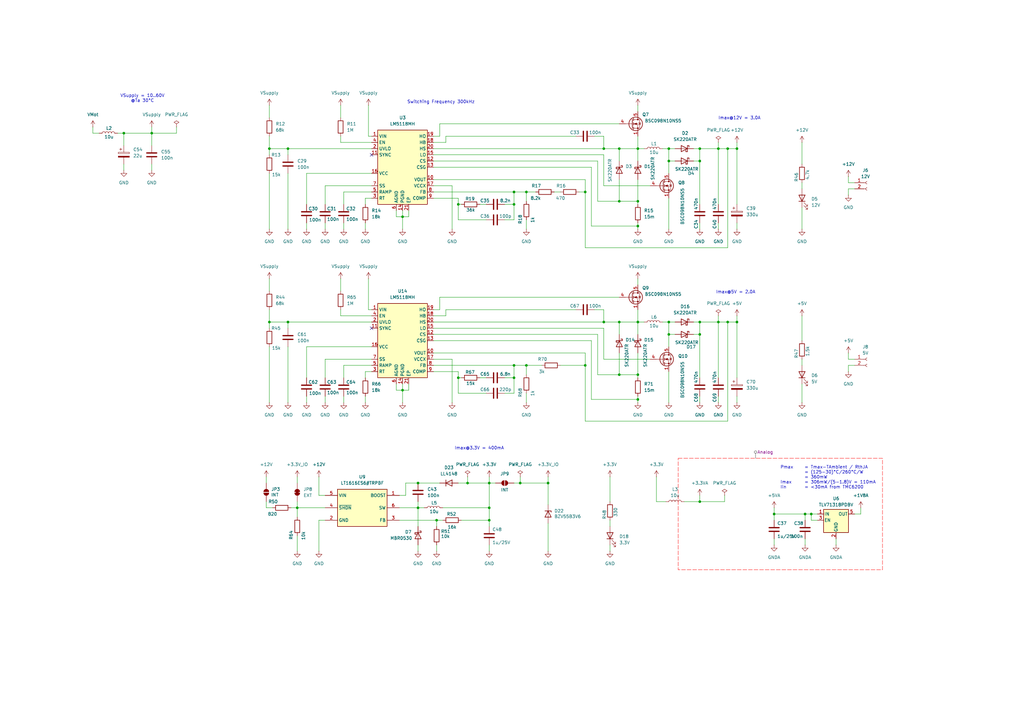
<source format=kicad_sch>
(kicad_sch (version 20250114) (generator "eeschema") (generator_version "9.0")
  (paper "A3")
  (title_block (title "ECMD7 Power Supplies") (date "2025-11-12") (rev "1.0"))
  (text "Imax@3.3V = 400mA" (at 196.596 183.896 0) (effects (font (size 1.27 1.27))))
  (text "Imax@5V = 2.0A" (at 301.752 119.888 0) (effects (font (size 1.27 1.27))))
  (text "Switching Frequency 300kHz" (at 180.848 41.91 0) (effects (font (size 1.27 1.27))))
  (text "Imax@12V = 3.0A" (at 303.276 48.514 0) (effects (font (size 1.27 1.27))))
  (text "Pmax	= Tmax-TAmbient / RthJA\n		= (125-30)°C/260°C/W\n		= 360mW\nImax	= 306mW/(5-1.8)V = 110mA\nIin		= <30mA from TMC6200 " (at 320.04 195.834 0) (effects (font (size 1.27 1.27)) (justify left)))
  (text "VSupply = 10..60V\n@Ta 30°C" (at 58.42 40.386 0) (effects (font (size 1.27 1.27))))
  (junction (at 247.65 60.96))
  (junction (at 213.36 198.12))
  (junction (at 200.66 213.36))
  (junction (at 261.62 60.96))
  (junction (at 50.8 54.61))
  (junction (at 62.23 54.61))
  (junction (at 187.96 83.82))
  (junction (at 210.82 149.86))
  (junction (at 118.11 60.96))
  (junction (at 240.03 78.74))
  (junction (at 302.26 60.96))
  (junction (at 294.64 132.08))
  (junction (at 200.66 198.12))
  (junction (at 165.1 160.02))
  (junction (at 287.02 205.74))
  (junction (at 254 60.96))
  (junction (at 332.74 210.82))
  (junction (at 254 82.55))
  (junction (at 210.82 83.82))
  (junction (at 274.32 137.16))
  (junction (at 165.1 88.9))
  (junction (at 240.03 149.86))
  (junction (at 274.32 60.96))
  (junction (at 274.32 132.08))
  (junction (at 261.62 163.83))
  (junction (at 261.62 132.08))
  (junction (at 179.07 213.36))
  (junction (at 274.32 66.04))
  (junction (at 187.96 154.94))
  (junction (at 254 153.67))
  (junction (at 210.82 78.74))
  (junction (at 287.02 137.16))
  (junction (at 298.45 60.96))
  (junction (at 118.11 132.08))
  (junction (at 210.82 154.94))
  (junction (at 261.62 153.67))
  (junction (at 261.62 92.71))
  (junction (at 294.64 60.96))
  (junction (at 247.65 132.08))
  (junction (at 224.79 198.12))
  (junction (at 215.9 78.74))
  (junction (at 261.62 82.55))
  (junction (at 298.45 132.08))
  (junction (at 200.66 208.28))
  (junction (at 215.9 149.86))
  (junction (at 287.02 60.96))
  (junction (at 287.02 66.04))
  (junction (at 121.92 208.28))
  (junction (at 302.26 132.08))
  (junction (at 287.02 132.08))
  (junction (at 254 132.08))
  (junction (at 330.2 210.82))
  (junction (at 110.49 60.96))
  (junction (at 171.45 198.12))
  (junction (at 191.77 198.12))
  (junction (at 317.5 210.82))
  (junction (at 110.49 132.08))
  (junction (at 171.45 208.28))
  (no_connect (at 152.4 63.5))
  (no_connect (at 152.4 134.62))
  (wire (pts (xy 210.82 78.74) (xy 215.9 78.74)))
  (wire (pts (xy 294.64 162.56) (xy 294.64 165.1)))
  (wire (pts (xy 284.48 60.96) (xy 287.02 60.96)))
  (wire (pts (xy 287.02 60.96) (xy 287.02 66.04)))
  (wire (pts (xy 207.01 83.82) (xy 210.82 83.82)))
  (wire (pts (xy 240.03 78.74) (xy 240.03 101.6)))
  (wire (pts (xy 287.02 132.08) (xy 287.02 137.16)))
  (wire (pts (xy 177.8 147.32) (xy 185.42 147.32)))
  (wire (pts (xy 180.34 55.88) (xy 180.34 50.8)))
  (wire (pts (xy 119.38 208.28) (xy 121.92 208.28)))
  (wire (pts (xy 245.11 66.04) (xy 245.11 82.55)))
  (wire (pts (xy 350.52 74.93) (xy 347.98 74.93)))
  (wire (pts (xy 302.26 58.42) (xy 302.26 60.96)))
  (wire (pts (xy 243.84 55.88) (xy 247.65 55.88)))
  (wire (pts (xy 110.49 60.96) (xy 110.49 63.5)))
  (wire (pts (xy 242.57 68.58) (xy 242.57 92.71)))
  (wire (pts (xy 287.02 205.74) (xy 297.18 205.74)))
  (wire (pts (xy 125.73 162.56) (xy 125.73 165.1)))
  (wire (pts (xy 330.2 220.98) (xy 330.2 223.52)))
  (wire (pts (xy 250.19 195.58) (xy 250.19 205.74)))
  (wire (pts (xy 317.5 210.82) (xy 317.5 213.36)))
  (wire (pts (xy 224.79 198.12) (xy 224.79 207.01)))
  (wire (pts (xy 247.65 132.08) (xy 254 132.08)))
  (wire (pts (xy 171.45 208.28) (xy 171.45 215.9)))
  (wire (pts (xy 151.13 114.3) (xy 151.13 127)))
  (wire (pts (xy 133.35 76.2) (xy 133.35 83.82)))
  (wire (pts (xy 200.66 198.12) (xy 203.2 198.12)))
  (wire (pts (xy 298.45 172.72) (xy 298.45 132.08)))
  (wire (pts (xy 110.49 132.08) (xy 110.49 134.62)))
  (wire (pts (xy 274.32 152.4) (xy 274.32 165.1)))
  (wire (pts (xy 302.26 129.54) (xy 302.26 132.08)))
  (wire (pts (xy 166.37 198.12) (xy 171.45 198.12)))
  (wire (pts (xy 237.49 78.74) (xy 240.03 78.74)))
  (wire (pts (xy 294.64 60.96) (xy 298.45 60.96)))
  (wire (pts (xy 317.5 220.98) (xy 317.5 223.52)))
  (wire (pts (xy 177.8 134.62) (xy 247.65 134.62)))
  (wire (pts (xy 215.9 149.86) (xy 215.9 153.67)))
  (wire (pts (xy 179.07 213.36) (xy 181.61 213.36)))
  (wire (pts (xy 180.34 50.8) (xy 254 50.8)))
  (wire (pts (xy 284.48 132.08) (xy 287.02 132.08)))
  (wire (pts (xy 287.02 91.44) (xy 287.02 93.98)))
  (wire (pts (xy 72.39 52.07) (xy 72.39 54.61)))
  (wire (pts (xy 261.62 60.96) (xy 261.62 66.04)))
  (wire (pts (xy 200.66 213.36) (xy 200.66 215.9)))
  (wire (pts (xy 125.73 71.12) (xy 125.73 83.82)))
  (wire (pts (xy 152.4 55.88) (xy 151.13 55.88)))
  (wire (pts (xy 287.02 66.04) (xy 287.02 83.82)))
  (wire (pts (xy 287.02 162.56) (xy 287.02 165.1)))
  (wire (pts (xy 302.26 60.96) (xy 302.26 83.82)))
  (wire (pts (xy 118.11 132.08) (xy 152.4 132.08)))
  (wire (pts (xy 200.66 195.58) (xy 200.66 198.12)))
  (wire (pts (xy 171.45 223.52) (xy 171.45 226.06)))
  (wire (pts (xy 335.28 213.36) (xy 332.74 213.36)))
  (wire (pts (xy 328.93 74.93) (xy 328.93 77.47)))
  (wire (pts (xy 224.79 214.63) (xy 224.79 226.06)))
  (wire (pts (xy 48.26 54.61) (xy 50.8 54.61)))
  (wire (pts (xy 109.22 208.28) (xy 109.22 205.74)))
  (wire (pts (xy 245.11 82.55) (xy 254 82.55)))
  (wire (pts (xy 191.77 198.12) (xy 200.66 198.12)))
  (wire (pts (xy 152.4 127) (xy 151.13 127)))
  (wire (pts (xy 133.35 162.56) (xy 133.35 165.1)))
  (wire (pts (xy 210.82 149.86) (xy 215.9 149.86)))
  (wire (pts (xy 215.9 161.29) (xy 215.9 165.1)))
  (wire (pts (xy 152.4 76.2) (xy 133.35 76.2)))
  (wire (pts (xy 133.35 91.44) (xy 133.35 93.98)))
  (wire (pts (xy 247.65 134.62) (xy 247.65 147.32)))
  (wire (pts (xy 40.64 54.61) (xy 38.1 54.61)))
  (wire (pts (xy 152.4 58.42) (xy 139.7 58.42)))
  (wire (pts (xy 177.8 129.54) (xy 182.88 129.54)))
  (wire (pts (xy 110.49 132.08) (xy 118.11 132.08)))
  (wire (pts (xy 200.66 198.12) (xy 200.66 208.28)))
  (wire (pts (xy 199.39 90.17) (xy 187.96 90.17)))
  (wire (pts (xy 317.5 210.82) (xy 317.5 208.28)))
  (wire (pts (xy 242.57 92.71) (xy 261.62 92.71)))
  (wire (pts (xy 139.7 129.54) (xy 139.7 127)))
  (wire (pts (xy 261.62 162.56) (xy 261.62 163.83)))
  (wire (pts (xy 139.7 114.3) (xy 139.7 119.38)))
  (wire (pts (xy 125.73 142.24) (xy 125.73 154.94)))
  (wire (pts (xy 177.8 63.5) (xy 247.65 63.5)))
  (wire (pts (xy 215.9 90.17) (xy 215.9 93.98)))
  (wire (pts (xy 332.74 210.82) (xy 335.28 210.82)))
  (wire (pts (xy 332.74 213.36) (xy 332.74 210.82)))
  (wire (pts (xy 121.92 208.28) (xy 121.92 212.09)))
  (wire (pts (xy 152.4 142.24) (xy 125.73 142.24)))
  (wire (pts (xy 109.22 195.58) (xy 109.22 198.12)))
  (wire (pts (xy 177.8 60.96) (xy 247.65 60.96)))
  (wire (pts (xy 139.7 43.18) (xy 139.7 48.26)))
  (wire (pts (xy 240.03 144.78) (xy 240.03 149.86)))
  (wire (pts (xy 121.92 219.71) (xy 121.92 226.06)))
  (wire (pts (xy 110.49 60.96) (xy 110.49 55.88)))
  (wire (pts (xy 284.48 66.04) (xy 287.02 66.04)))
  (wire (pts (xy 294.64 58.42) (xy 294.64 60.96)))
  (wire (pts (xy 162.56 157.48) (xy 162.56 160.02)))
  (wire (pts (xy 152.4 81.28) (xy 149.86 81.28)))
  (wire (pts (xy 191.77 195.58) (xy 191.77 198.12)))
  (wire (pts (xy 152.4 71.12) (xy 125.73 71.12)))
  (wire (pts (xy 163.83 203.2) (xy 166.37 203.2)))
  (wire (pts (xy 151.13 43.18) (xy 151.13 55.88)))
  (wire (pts (xy 243.84 127) (xy 247.65 127)))
  (wire (pts (xy 139.7 58.42) (xy 139.7 55.88)))
  (wire (pts (xy 210.82 83.82) (xy 210.82 78.74)))
  (wire (pts (xy 254 132.08) (xy 254 137.16)))
  (wire (pts (xy 254 60.96) (xy 261.62 60.96)))
  (wire (pts (xy 180.34 121.92) (xy 254 121.92)))
  (wire (pts (xy 250.19 213.36) (xy 250.19 215.9)))
  (wire (pts (xy 287.02 60.96) (xy 294.64 60.96)))
  (wire (pts (xy 121.92 205.74) (xy 121.92 208.28)))
  (wire (pts (xy 140.97 162.56) (xy 140.97 165.1)))
  (wire (pts (xy 261.62 91.44) (xy 261.62 92.71)))
  (wire (pts (xy 152.4 129.54) (xy 139.7 129.54)))
  (wire (pts (xy 121.92 195.58) (xy 121.92 198.12)))
  (wire (pts (xy 177.8 55.88) (xy 180.34 55.88)))
  (wire (pts (xy 181.61 208.28) (xy 200.66 208.28)))
  (wire (pts (xy 261.62 127) (xy 261.62 132.08)))
  (wire (pts (xy 177.8 73.66) (xy 240.03 73.66)))
  (wire (pts (xy 182.88 127) (xy 236.22 127)))
  (wire (pts (xy 38.1 52.07) (xy 38.1 54.61)))
  (wire (pts (xy 350.52 147.32) (xy 347.98 147.32)))
  (wire (pts (xy 294.64 132.08) (xy 298.45 132.08)))
  (wire (pts (xy 187.96 83.82) (xy 187.96 81.28)))
  (wire (pts (xy 210.82 90.17) (xy 210.82 83.82)))
  (wire (pts (xy 328.93 157.48) (xy 328.93 165.1)))
  (wire (pts (xy 121.92 208.28) (xy 133.35 208.28)))
  (wire (pts (xy 130.81 213.36) (xy 130.81 226.06)))
  (wire (pts (xy 177.8 137.16) (xy 245.11 137.16)))
  (wire (pts (xy 210.82 161.29) (xy 210.82 154.94)))
  (wire (pts (xy 210.82 154.94) (xy 210.82 149.86)))
  (wire (pts (xy 269.24 205.74) (xy 273.05 205.74)))
  (wire (pts (xy 140.97 149.86) (xy 140.97 154.94)))
  (wire (pts (xy 162.56 86.36) (xy 162.56 88.9)))
  (wire (pts (xy 177.8 132.08) (xy 247.65 132.08)))
  (wire (pts (xy 166.37 203.2) (xy 166.37 198.12)))
  (wire (pts (xy 185.42 147.32) (xy 185.42 165.1)))
  (wire (pts (xy 274.32 132.08) (xy 276.86 132.08)))
  (wire (pts (xy 199.39 161.29) (xy 187.96 161.29)))
  (wire (pts (xy 196.85 154.94) (xy 199.39 154.94)))
  (wire (pts (xy 247.65 55.88) (xy 247.65 60.96)))
  (wire (pts (xy 177.8 66.04) (xy 245.11 66.04)))
  (wire (pts (xy 242.57 139.7) (xy 242.57 163.83)))
  (wire (pts (xy 187.96 154.94) (xy 187.96 152.4)))
  (wire (pts (xy 118.11 63.5) (xy 118.11 60.96)))
  (wire (pts (xy 328.93 85.09) (xy 328.93 93.98)))
  (wire (pts (xy 240.03 73.66) (xy 240.03 78.74)))
  (wire (pts (xy 180.34 127) (xy 180.34 121.92)))
  (wire (pts (xy 50.8 67.31) (xy 50.8 69.85)))
  (wire (pts (xy 287.02 137.16) (xy 287.02 154.94)))
  (wire (pts (xy 274.32 137.16) (xy 276.86 137.16)))
  (wire (pts (xy 165.1 88.9) (xy 167.64 88.9)))
  (wire (pts (xy 247.65 127) (xy 247.65 132.08)))
  (wire (pts (xy 261.62 114.3) (xy 261.62 116.84)))
  (wire (pts (xy 196.85 83.82) (xy 199.39 83.82)))
  (wire (pts (xy 347.98 147.32) (xy 347.98 144.78)))
  (wire (pts (xy 125.73 91.44) (xy 125.73 93.98)))
  (wire (pts (xy 269.24 195.58) (xy 269.24 205.74)))
  (wire (pts (xy 245.11 137.16) (xy 245.11 153.67)))
  (wire (pts (xy 274.32 137.16) (xy 274.32 142.24)))
  (wire (pts (xy 347.98 149.86) (xy 347.98 152.4)))
  (wire (pts (xy 261.62 82.55) (xy 261.62 83.82)))
  (wire (pts (xy 182.88 58.42) (xy 182.88 55.88)))
  (wire (pts (xy 167.64 88.9) (xy 167.64 86.36)))
  (wire (pts (xy 163.83 213.36) (xy 179.07 213.36)))
  (wire (pts (xy 284.48 137.16) (xy 287.02 137.16)))
  (wire (pts (xy 182.88 55.88) (xy 236.22 55.88)))
  (wire (pts (xy 302.26 132.08) (xy 302.26 154.94)))
  (wire (pts (xy 254 132.08) (xy 261.62 132.08)))
  (wire (pts (xy 302.26 91.44) (xy 302.26 93.98)))
  (wire (pts (xy 179.07 213.36) (xy 179.07 215.9)))
  (wire (pts (xy 207.01 90.17) (xy 210.82 90.17)))
  (wire (pts (xy 189.23 83.82) (xy 187.96 83.82)))
  (wire (pts (xy 118.11 142.24) (xy 118.11 165.1)))
  (wire (pts (xy 152.4 152.4) (xy 149.86 152.4)))
  (wire (pts (xy 177.8 149.86) (xy 210.82 149.86)))
  (wire (pts (xy 250.19 223.52) (xy 250.19 226.06)))
  (wire (pts (xy 261.62 144.78) (xy 261.62 153.67)))
  (wire (pts (xy 261.62 153.67) (xy 261.62 154.94)))
  (wire (pts (xy 242.57 163.83) (xy 261.62 163.83)))
  (wire (pts (xy 133.35 147.32) (xy 133.35 154.94)))
  (wire (pts (xy 187.96 152.4) (xy 177.8 152.4)))
  (wire (pts (xy 179.07 223.52) (xy 179.07 226.06)))
  (wire (pts (xy 109.22 208.28) (xy 111.76 208.28)))
  (wire (pts (xy 177.8 76.2) (xy 185.42 76.2)))
  (wire (pts (xy 110.49 114.3) (xy 110.49 119.38)))
  (wire (pts (xy 245.11 153.67) (xy 254 153.67)))
  (wire (pts (xy 189.23 154.94) (xy 187.96 154.94)))
  (wire (pts (xy 240.03 149.86) (xy 240.03 172.72)))
  (wire (pts (xy 229.87 149.86) (xy 240.03 149.86)))
  (wire (pts (xy 207.01 154.94) (xy 210.82 154.94)))
  (wire (pts (xy 224.79 195.58) (xy 224.79 198.12)))
  (wire (pts (xy 118.11 134.62) (xy 118.11 132.08)))
  (wire (pts (xy 165.1 157.48) (xy 165.1 160.02)))
  (wire (pts (xy 50.8 54.61) (xy 50.8 59.69)))
  (wire (pts (xy 227.33 78.74) (xy 229.87 78.74)))
  (wire (pts (xy 149.86 81.28) (xy 149.86 83.82)))
  (wire (pts (xy 274.32 66.04) (xy 276.86 66.04)))
  (wire (pts (xy 62.23 52.07) (xy 62.23 54.61)))
  (wire (pts (xy 247.65 63.5) (xy 247.65 76.2)))
  (wire (pts (xy 213.36 198.12) (xy 224.79 198.12)))
  (wire (pts (xy 149.86 162.56) (xy 149.86 165.1)))
  (wire (pts (xy 298.45 101.6) (xy 298.45 60.96)))
  (wire (pts (xy 163.83 208.28) (xy 171.45 208.28)))
  (wire (pts (xy 330.2 210.82) (xy 330.2 213.36)))
  (wire (pts (xy 254 153.67) (xy 261.62 153.67)))
  (wire (pts (xy 347.98 77.47) (xy 347.98 80.01)))
  (wire (pts (xy 162.56 88.9) (xy 165.1 88.9)))
  (wire (pts (xy 171.45 198.12) (xy 180.34 198.12)))
  (wire (pts (xy 294.64 60.96) (xy 294.64 83.82)))
  (wire (pts (xy 240.03 101.6) (xy 298.45 101.6)))
  (wire (pts (xy 133.35 213.36) (xy 130.81 213.36)))
  (wire (pts (xy 294.64 132.08) (xy 294.64 154.94)))
  (wire (pts (xy 187.96 81.28) (xy 177.8 81.28)))
  (wire (pts (xy 294.64 129.54) (xy 294.64 132.08)))
  (wire (pts (xy 330.2 210.82) (xy 332.74 210.82)))
  (wire (pts (xy 118.11 71.12) (xy 118.11 93.98)))
  (wire (pts (xy 62.23 54.61) (xy 50.8 54.61)))
  (wire (pts (xy 200.66 223.52) (xy 200.66 226.06)))
  (wire (pts (xy 261.62 55.88) (xy 261.62 60.96)))
  (wire (pts (xy 350.52 149.86) (xy 347.98 149.86)))
  (wire (pts (xy 261.62 132.08) (xy 261.62 137.16)))
  (wire (pts (xy 177.8 139.7) (xy 242.57 139.7)))
  (wire (pts (xy 254 82.55) (xy 261.62 82.55)))
  (wire (pts (xy 254 73.66) (xy 254 82.55)))
  (wire (pts (xy 149.86 91.44) (xy 149.86 93.98)))
  (wire (pts (xy 215.9 149.86) (xy 222.25 149.86)))
  (wire (pts (xy 189.23 213.36) (xy 200.66 213.36)))
  (wire (pts (xy 182.88 129.54) (xy 182.88 127)))
  (wire (pts (xy 140.97 78.74) (xy 140.97 83.82)))
  (wire (pts (xy 219.71 78.74) (xy 215.9 78.74)))
  (wire (pts (xy 261.62 60.96) (xy 264.16 60.96)))
  (wire (pts (xy 274.32 60.96) (xy 274.32 66.04)))
  (wire (pts (xy 152.4 78.74) (xy 140.97 78.74)))
  (wire (pts (xy 110.49 71.12) (xy 110.49 93.98)))
  (wire (pts (xy 328.93 58.42) (xy 328.93 67.31)))
  (wire (pts (xy 167.64 160.02) (xy 167.64 157.48)))
  (wire (pts (xy 297.18 205.74) (xy 297.18 203.2)))
  (wire (pts (xy 274.32 66.04) (xy 274.32 71.12)))
  (wire (pts (xy 130.81 203.2) (xy 133.35 203.2)))
  (wire (pts (xy 200.66 208.28) (xy 200.66 213.36)))
  (wire (pts (xy 280.67 205.74) (xy 287.02 205.74)))
  (wire (pts (xy 162.56 160.02) (xy 165.1 160.02)))
  (wire (pts (xy 185.42 76.2) (xy 185.42 93.98)))
  (wire (pts (xy 165.1 160.02) (xy 167.64 160.02)))
  (wire (pts (xy 187.96 90.17) (xy 187.96 83.82)))
  (wire (pts (xy 110.49 43.18) (xy 110.49 48.26)))
  (wire (pts (xy 165.1 160.02) (xy 165.1 165.1)))
  (wire (pts (xy 298.45 132.08) (xy 302.26 132.08)))
  (wire (pts (xy 62.23 67.31) (xy 62.23 69.85)))
  (wire (pts (xy 261.62 73.66) (xy 261.62 82.55)))
  (wire (pts (xy 261.62 92.71) (xy 261.62 93.98)))
  (wire (pts (xy 215.9 78.74) (xy 215.9 82.55)))
  (wire (pts (xy 271.78 60.96) (xy 274.32 60.96)))
  (wire (pts (xy 261.62 132.08) (xy 264.16 132.08)))
  (wire (pts (xy 353.06 210.82) (xy 353.06 208.28)))
  (wire (pts (xy 287.02 132.08) (xy 294.64 132.08)))
  (wire (pts (xy 152.4 149.86) (xy 140.97 149.86)))
  (wire (pts (xy 207.01 161.29) (xy 210.82 161.29)))
  (wire (pts (xy 110.49 60.96) (xy 118.11 60.96)))
  (wire (pts (xy 177.8 144.78) (xy 240.03 144.78)))
  (wire (pts (xy 72.39 54.61) (xy 62.23 54.61)))
  (wire (pts (xy 274.32 132.08) (xy 274.32 137.16)))
  (wire (pts (xy 342.9 220.98) (xy 342.9 223.52)))
  (wire (pts (xy 177.8 68.58) (xy 242.57 68.58)))
  (wire (pts (xy 317.5 210.82) (xy 330.2 210.82)))
  (wire (pts (xy 171.45 205.74) (xy 171.45 208.28)))
  (wire (pts (xy 347.98 74.93) (xy 347.98 72.39)))
  (wire (pts (xy 294.64 91.44) (xy 294.64 93.98)))
  (wire (pts (xy 302.26 162.56) (xy 302.26 165.1)))
  (wire (pts (xy 247.65 60.96) (xy 254 60.96)))
  (wire (pts (xy 240.03 172.72) (xy 298.45 172.72)))
  (wire (pts (xy 149.86 152.4) (xy 149.86 154.94)))
  (wire (pts (xy 350.52 210.82) (xy 353.06 210.82)))
  (wire (pts (xy 247.65 76.2) (xy 266.7 76.2)))
  (wire (pts (xy 152.4 147.32) (xy 133.35 147.32)))
  (wire (pts (xy 130.81 195.58) (xy 130.81 203.2)))
  (wire (pts (xy 177.8 58.42) (xy 182.88 58.42)))
  (wire (pts (xy 165.1 86.36) (xy 165.1 88.9)))
  (wire (pts (xy 274.32 81.28) (xy 274.32 93.98)))
  (wire (pts (xy 118.11 60.96) (xy 152.4 60.96)))
  (wire (pts (xy 350.52 77.47) (xy 347.98 77.47)))
  (wire (pts (xy 254 60.96) (xy 254 66.04)))
  (wire (pts (xy 254 144.78) (xy 254 153.67)))
  (wire (pts (xy 171.45 208.28) (xy 173.99 208.28)))
  (wire (pts (xy 328.93 147.32) (xy 328.93 149.86)))
  (wire (pts (xy 165.1 88.9) (xy 165.1 93.98)))
  (wire (pts (xy 110.49 142.24) (xy 110.49 165.1)))
  (wire (pts (xy 298.45 60.96) (xy 302.26 60.96)))
  (wire (pts (xy 287.02 205.74) (xy 287.02 203.2)))
  (wire (pts (xy 210.82 198.12) (xy 213.36 198.12)))
  (wire (pts (xy 177.8 127) (xy 180.34 127)))
  (wire (pts (xy 187.96 161.29) (xy 187.96 154.94)))
  (wire (pts (xy 62.23 54.61) (xy 62.23 59.69)))
  (wire (pts (xy 187.96 198.12) (xy 191.77 198.12)))
  (wire (pts (xy 274.32 60.96) (xy 276.86 60.96)))
  (wire (pts (xy 213.36 195.58) (xy 213.36 198.12)))
  (wire (pts (xy 177.8 78.74) (xy 210.82 78.74)))
  (wire (pts (xy 261.62 43.18) (xy 261.62 45.72)))
  (wire (pts (xy 247.65 147.32) (xy 266.7 147.32)))
  (wire (pts (xy 110.49 132.08) (xy 110.49 127)))
  (wire (pts (xy 140.97 91.44) (xy 140.97 93.98)))
  (wire (pts (xy 261.62 163.83) (xy 261.62 165.1)))
  (wire (pts (xy 271.78 132.08) (xy 274.32 132.08)))
  (wire (pts (xy 328.93 129.54) (xy 328.93 139.7)))
  (rule_area (polyline (pts (xy 278.13 187.96) (xy 361.95 187.96) (xy 361.95 233.68) (xy 278.13 233.68)) (stroke (width 0) (type dash))))
  (netclass_flag "" (length 2.54) (shape round) (at 309.88 187.96 0) (property "Netclass" "Analog" (at 310.5785 185.42 0) (effects (justify left))))
  (symbol (lib_id "Device:R") (at 223.52 78.74 90) (unit 1) (exclude_from_sim yes)
    (property "Reference" "R17" (at 219.964 76.2 90))
    (property "Value" "8.2k" (at 219.71 81.28 90))
    (property "Footprint" "Resistor_SMD:R_0805_2012Metric" (effects (hide yes)))
    (property "Description" "Resistor" (effects (hide yes)))
  )
  (symbol (lib_id "Device:C") (at 118.11 67.31 0) (unit 1) (exclude_from_sim yes)
    (property "Reference" "C29" (at 121.92 66.0399 0) (effects (justify left)))
    (property "Value" "100n" (at 121.92 68.5799 0) (effects (justify left)))
    (property "Footprint" "Capacitor_SMD:C_0805_2012Metric" (effects (hide yes)))
    (property "Description" "Unpolarized capacitor" (effects (hide yes)))
  )
  (symbol (lib_id "Device:C") (at 125.73 87.63 0) (unit 1) (exclude_from_sim yes)
    (property "Reference" "C30" (at 126.492 85.598 0) (effects (justify left)))
    (property "Value" "100n" (at 126.746 90.17 0) (effects (justify left)))
    (property "Footprint" "Capacitor_SMD:C_0805_2012Metric" (effects (hide yes)))
    (property "Description" "Unpolarized capacitor" (effects (hide yes)))
  )
  (symbol (lib_id "power:GND") (at 287.02 93.98 0) (unit 1) (exclude_from_sim yes)
    (property "Reference" "#PWR056" (effects (hide yes)))
    (property "Value" "GND" (at 287.02 99.06 0))
    (property "Description" "Power symbol creates a global label with name \"GND\" , ground" (effects (hide yes)))
  )
  (symbol (lib_id "power:GND") (at 121.92 226.06 0) (unit 1) (exclude_from_sim yes)
    (property "Reference" "#PWR0180" (effects (hide yes)))
    (property "Value" "GND" (at 121.92 231.14 0))
    (property "Description" "Power symbol creates a global label with name \"GND\" , ground" (effects (hide yes)))
  )
  (symbol (lib_id "power:GND") (at 287.02 165.1 0) (unit 1) (exclude_from_sim yes)
    (property "Reference" "#PWR0196" (effects (hide yes)))
    (property "Value" "GND" (at 287.02 170.18 0))
    (property "Description" "Power symbol creates a global label with name \"GND\" , ground" (effects (hide yes)))
  )
  (symbol (lib_id "power:GND") (at 149.86 93.98 0) (unit 1) (exclude_from_sim yes)
    (property "Reference" "#PWR047" (effects (hide yes)))
    (property "Value" "GND" (at 149.86 99.06 0))
    (property "Description" "Power symbol creates a global label with name \"GND\" , ground" (effects (hide yes)))
  )
  (symbol (lib_id "Device:C") (at 203.2 90.17 90) (unit 1) (exclude_from_sim yes)
    (property "Reference" "C36" (at 198.882 88.646 90))
    (property "Value" "100p" (at 207.264 88.646 90))
    (property "Footprint" "Capacitor_SMD:C_0805_2012Metric" (effects (hide yes)))
    (property "Description" "Unpolarized capacitor" (effects (hide yes)))
  )
  (symbol (lib_id "Regulator_Switching:LM5118MH") (at 165.1 68.58 0) (unit 1) (exclude_from_sim yes)
    (property "Reference" "U3" (at 165.1 48.26 0))
    (property "Value" "LM5118MH" (at 165.1 50.8 0))
    (property "Footprint" "Package_SO:Texas_PWP0020A" (effects (hide yes)))
    (property "Datasheet" "https://www.ti.com/lit/ds/symlink/lm5118.pdf" (effects (hide yes)))
    (property "Description" "Wide Voltage Range Buck-Boost Controller, HTSSOP-20" (effects (hide yes)))
  )
  (symbol (lib_id "power:GND") (at 165.1 165.1 0) (unit 1) (exclude_from_sim yes)
    (property "Reference" "#PWR0190" (effects (hide yes)))
    (property "Value" "GND" (at 165.1 170.18 0))
    (property "Description" "Power symbol creates a global label with name \"GND\" , ground" (effects (hide yes)))
  )
  (symbol (lib_id "power:GND") (at 125.73 93.98 0) (unit 1) (exclude_from_sim yes)
    (property "Reference" "#PWR048" (effects (hide yes)))
    (property "Value" "GND" (at 125.73 99.06 0))
    (property "Description" "Power symbol creates a global label with name \"GND\" , ground" (effects (hide yes)))
  )
  (symbol (lib_id "power:PWR_FLAG") (at 213.36 195.58 0) (unit 1)
    (property "Reference" "#FLG05" (effects (hide yes)))
    (property "Value" "PWR_FLAG" (at 213.36 190.5 0))
    (property "Description" "Special symbol for telling ERC where power comes from" (effects (hide yes)))
  )
  (symbol (lib_id "Device:L") (at 177.8 208.28 90) (unit 1) (exclude_from_sim yes)
    (property "Reference" "L5" (at 178.054 206.248 90))
    (property "Value" "10u" (at 178.054 209.804 90))
    (property "Footprint" "Inductor_SMD:L_TechFuse_SL0530" (effects (hide yes)))
    (property "Description" "Inductor" (effects (hide yes)))
    (property "Mouser Part Number" "851-0530CDMCCDS100MC" (effects (hide yes)))
  )
  (symbol (lib_id "Device:LED") (at 250.19 219.71 90) (unit 1)
    (property "Reference" "D18" (at 254 220.0274 90) (effects (justify right)))
    (property "Value" "3.3V" (at 254 222.5674 90) (effects (justify right)))
    (property "Footprint" "Diode_SMD:D_0805_2012Metric" (effects (hide yes)))
    (property "Description" "Light emitting diode" (effects (hide yes)))
    (property "Sim.Pins" "1=K 2=A" (effects (hide yes)))
  )
  (symbol (lib_id "power:PWR_FLAG") (at 297.18 203.2 0) (unit 1)
    (property "Reference" "#FLG011" (effects (hide yes)))
    (property "Value" "PWR_FLAG" (at 297.18 198.12 0))
    (property "Description" "Special symbol for telling ERC where power comes from" (effects (hide yes)))
  )
  (symbol (lib_id "power:Vdrive") (at 347.98 72.39 0) (mirror y) (unit 1)
    (property "Reference" "#PWR0134" (effects (hide yes)))
    (property "Value" "+12V" (at 347.98 67.31 0))
    (property "Description" "Power symbol creates a global label with name \"+12V\"" (effects (hide yes)))
  )
  (symbol (lib_id "Device:L") (at 276.86 205.74 90) (unit 1)
    (property "Reference" "L3" (at 276.86 200.66 90))
    (property "Value" "10u" (at 276.86 203.2 90))
    (property "Footprint" "Inductor_SMD:L_0805_2012Metric" (effects (hide yes)))
    (property "Description" "Inductor" (effects (hide yes)))
  )
  (symbol (lib_id "power:GND") (at 62.23 69.85 0) (unit 1) (exclude_from_sim yes)
    (property "Reference" "#PWR0113" (effects (hide yes)))
    (property "Value" "GND" (at 62.23 74.93 0))
    (property "Description" "Power symbol creates a global label with name \"GND\" , ground" (effects (hide yes)))
  )
  (symbol (lib_id "power:GNDA") (at 342.9 223.52 0) (unit 1)
    (property "Reference" "#PWR070" (effects (hide yes)))
    (property "Value" "GNDA" (at 342.9 228.6 0))
    (property "Description" "Power symbol creates a global label with name \"GNDA\" , analog ground" (effects (hide yes)))
  )
  (symbol (lib_id "Device:D_Schottky") (at 261.62 69.85 270) (unit 1) (exclude_from_sim yes)
    (property "Reference" "D1" (at 264.16 68.2624 90) (effects (justify left)))
    (property "Value" "SK220ATR" (at 267.716 64.262 0) (effects (justify left)))
    (property "Footprint" "Diode_SMD:D_SMA" (effects (hide yes)))
    (property "Description" "Schottky diode" (effects (hide yes)))
  )
  (symbol (lib_id "power:GND") (at 215.9 93.98 0) (unit 1) (exclude_from_sim yes)
    (property "Reference" "#PWR060" (effects (hide yes)))
    (property "Value" "GND" (at 215.9 99.06 0))
    (property "Description" "Power symbol creates a global label with name \"GND\" , ground" (effects (hide yes)))
  )
  (symbol (lib_id "Connector:Conn_01x02_Socket") (at 355.6 74.93 0) (unit 1)
    (property "Reference" "J6" (at 354.965 69.85 0))
    (property "Value" "12V" (at 354.965 72.39 0))
    (property "Footprint" "Connector_PinSocket_2.54mm:PinSocket_1x02_P2.54mm_Vertical" (effects (hide yes)))
    (property "Description" "Generic connector, single row, 01x02, script generated" (effects (hide yes)))
  )
  (symbol (lib_id "Device:C") (at 171.45 201.93 0) (unit 1) (exclude_from_sim yes)
    (property "Reference" "C43" (at 175.26 200.6599 0) (effects (justify left)))
    (property "Value" "100n" (at 175.26 203.1999 0) (effects (justify left)))
    (property "Footprint" "Capacitor_SMD:C_0805_2012Metric" (effects (hide yes)))
    (property "Description" "Unpolarized capacitor" (effects (hide yes)))
  )
  (symbol (lib_id "power:GND") (at 250.19 226.06 0) (unit 1)
    (property "Reference" "#PWR0204" (effects (hide yes)))
    (property "Value" "GND" (at 250.19 231.14 0))
    (property "Description" "Power symbol creates a global label with name \"GND\" , ground" (effects (hide yes)))
  )
  (symbol (lib_id "Device:D_Schottky") (at 280.67 137.16 0) (mirror y) (unit 1) (exclude_from_sim yes)
    (property "Reference" "D17" (at 283.464 142.24 0))
    (property "Value" "SK220ATR" (at 281.686 140.462 0))
    (property "Footprint" "Diode_SMD:D_SMA" (effects (hide yes)))
    (property "Description" "Schottky diode" (effects (hide yes)))
  )
  (symbol (lib_id "Device:C") (at 203.2 83.82 90) (unit 1) (exclude_from_sim yes)
    (property "Reference" "C35" (at 198.882 82.296 90))
    (property "Value" "8.2n" (at 207.264 82.296 90))
    (property "Footprint" "Capacitor_SMD:C_0805_2012Metric" (effects (hide yes)))
    (property "Description" "Unpolarized capacitor" (effects (hide yes)))
  )
  (symbol (lib_id "power:+12V") (at 109.22 195.58 0) (unit 1) (exclude_from_sim yes)
    (property "Reference" "#PWR0178" (effects (hide yes)))
    (property "Value" "+12V" (at 109.22 190.5 0))
    (property "Description" "Power symbol creates a global label with name \"+12V\"" (effects (hide yes)))
  )
  (symbol (lib_id "Device:R") (at 139.7 52.07 0) (unit 1) (exclude_from_sim yes)
    (property "Reference" "R11" (at 142.24 50.7999 0) (effects (justify left)))
    (property "Value" "1M" (at 142.24 53.3399 0) (effects (justify left)))
    (property "Footprint" "Resistor_SMD:R_0805_2012Metric" (effects (hide yes)))
    (property "Description" "Resistor" (effects (hide yes)))
  )
  (symbol (lib_id "Connector:Conn_01x02_Socket") (at 355.6 147.32 0) (unit 1)
    (property "Reference" "J8" (at 354.965 142.24 0))
    (property "Value" "5V" (at 354.965 144.78 0))
    (property "Footprint" "Connector_PinSocket_2.54mm:PinSocket_1x02_P2.54mm_Vertical" (effects (hide yes)))
    (property "Description" "Generic connector, single row, 01x02, script generated" (effects (hide yes)))
  )
  (symbol (lib_id "power:GND") (at 274.32 165.1 0) (unit 1) (exclude_from_sim yes)
    (property "Reference" "#PWR0195" (effects (hide yes)))
    (property "Value" "GND" (at 274.32 170.18 0))
    (property "Description" "Power symbol creates a global label with name \"GND\" , ground" (effects (hide yes)))
  )
  (symbol (lib_id "Device:C") (at 240.03 127 90) (unit 1) (exclude_from_sim yes)
    (property "Reference" "C67" (at 235.712 125.476 90))
    (property "Value" "100n" (at 244.094 125.476 90))
    (property "Footprint" "Capacitor_SMD:C_0805_2012Metric" (effects (hide yes)))
    (property "Description" "Unpolarized capacitor" (effects (hide yes)))
  )
  (symbol (lib_id "Device:C_Polarized") (at 50.8 63.5 0) (unit 1) (exclude_from_sim yes)
    (property "Reference" "C54" (at 54.61 61.3409 0) (effects (justify left)))
    (property "Value" "22u" (at 54.61 63.8809 0) (effects (justify left)))
    (property "Footprint" "Capacitor_SMD:CP_Elec_6.3x9.9" (effects (hide yes)))
    (property "Description" "Polarized capacitor" (effects (hide yes)))
  )
  (symbol (lib_id "Regulator_Linear:TLV71318PDBV") (at 342.9 213.36 0) (unit 1) (exclude_from_sim yes)
    (property "Reference" "U6" (at 342.9 204.47 0))
    (property "Value" "TLV71318PDBV" (at 342.9 207.01 0))
    (property "Footprint" "Package_TO_SOT_SMD:SOT-23-5" (effects (hide yes)))
    (property "Datasheet" "http://www.ti.com/lit/ds/symlink/tlv713p.pdf" (effects (hide yes)))
    (property "Description" "150mA Low Dropout Voltage Regulator, Fixed Output 1.8V, SOT-23-5" (effects (hide yes)))
  )
  (symbol (lib_id "power:Vdrive") (at 261.62 43.18 0) (unit 1) (exclude_from_sim yes)
    (property "Reference" "#PWR059" (effects (hide yes)))
    (property "Value" "VSupply" (at 261.62 38.1 0))
    (property "Description" "Power symbol creates a global label with name \"Vdrive\"" (effects (hide yes)))
  )
  (symbol (lib_id "Device:R") (at 115.57 208.28 90) (unit 1) (exclude_from_sim yes)
    (property "Reference" "R50" (at 112.014 205.74 90))
    (property "Value" "820" (at 111.76 210.82 90))
    (property "Footprint" "Resistor_SMD:R_0805_2012Metric" (effects (hide yes)))
    (property "Description" "Resistor" (effects (hide yes)))
  )
  (symbol (lib_id "power:Vdrive") (at 151.13 114.3 0) (unit 1) (exclude_from_sim yes)
    (property "Reference" "#PWR0189" (effects (hide yes)))
    (property "Value" "VSupply" (at 151.13 109.22 0))
    (property "Description" "Power symbol creates a global label with name \"Vdrive\"" (effects (hide yes)))
  )
  (symbol (lib_id "power:+5V") (at 347.98 144.78 0) (mirror y) (unit 1)
    (property "Reference" "#PWR0135" (effects (hide yes)))
    (property "Value" "+5V" (at 347.98 139.7 0))
    (property "Description" "Power symbol creates a global label with name \"+5V\"" (effects (hide yes)))
  )
  (symbol (lib_id "power:Vdrive") (at 139.7 43.18 0) (unit 1) (exclude_from_sim yes)
    (property "Reference" "#PWR052" (effects (hide yes)))
    (property "Value" "VSupply" (at 139.7 38.1 0))
    (property "Description" "Power symbol creates a global label with name \"Vdrive\"" (effects (hide yes)))
  )
  (symbol (lib_id "Device:R") (at 149.86 87.63 0) (unit 1) (exclude_from_sim yes)
    (property "Reference" "R14" (at 152.4 86.3599 0) (effects (justify left)))
    (property "Value" "18k" (at 152.4 88.8999 0) (effects (justify left)))
    (property "Footprint" "Resistor_SMD:R_0805_2012Metric" (effects (hide yes)))
    (property "Description" "Resistor" (effects (hide yes)))
  )
  (symbol (lib_id "Device:R") (at 110.49 67.31 0) (unit 1) (exclude_from_sim yes)
    (property "Reference" "R13" (at 111.252 63.5 0) (effects (justify left)))
    (property "Value" "15k" (at 111.506 71.628 0) (effects (justify left)))
    (property "Footprint" "Resistor_SMD:R_0805_2012Metric" (effects (hide yes)))
    (property "Description" "Resistor" (effects (hide yes)))
  )
  (symbol (lib_id "Device:C") (at 294.64 158.75 180) (unit 1) (exclude_from_sim yes)
    (property "Reference" "C69" (at 293.116 163.068 90))
    (property "Value" "470n" (at 293.116 154.686 90))
    (property "Footprint" "Capacitor_SMD:C_0805_2012Metric" (effects (hide yes)))
    (property "Description" "Unpolarized capacitor" (effects (hide yes)))
  )
  (symbol (lib_id "power:Vdrive") (at 139.7 114.3 0) (unit 1) (exclude_from_sim yes)
    (property "Reference" "#PWR0186" (effects (hide yes)))
    (property "Value" "VSupply" (at 139.7 109.22 0))
    (property "Description" "Power symbol creates a global label with name \"Vdrive\"" (effects (hide yes)))
  )
  (symbol (lib_id "power:+3.3V") (at 287.02 203.2 0) (unit 1)
    (property "Reference" "#PWR0117" (effects (hide yes)))
    (property "Value" "+3.3VA" (at 287.02 198.12 0))
    (property "Description" "Power symbol creates a global label with name \"+3.3V\"" (effects (hide yes)))
  )
  (symbol (lib_id "Device:C") (at 330.2 217.17 0) (unit 1) (exclude_from_sim yes)
    (property "Reference" "C38" (at 325.628 214.63 0) (effects (justify left)))
    (property "Value" "100n" (at 324.358 219.964 0) (effects (justify left)))
    (property "Footprint" "Capacitor_SMD:C_0805_2012Metric" (effects (hide yes)))
    (property "Description" "Unpolarized capacitor" (effects (hide yes)))
  )
  (symbol (lib_id "Device:D_Schottky") (at 280.67 132.08 0) (mirror y) (unit 1) (exclude_from_sim yes)
    (property "Reference" "D16" (at 280.9875 125.73 0))
    (property "Value" "SK220ATR" (at 280.9875 128.27 0))
    (property "Footprint" "Diode_SMD:D_SMA" (effects (hide yes)))
    (property "Description" "Schottky diode" (effects (hide yes)))
  )
  (symbol (lib_id "power:GND") (at 110.49 93.98 0) (unit 1) (exclude_from_sim yes)
    (property "Reference" "#PWR045" (effects (hide yes)))
    (property "Value" "GND" (at 110.49 99.06 0))
    (property "Description" "Power symbol creates a global label with name \"GND\" , ground" (effects (hide yes)))
  )
  (symbol (lib_id "Device:R") (at 110.49 138.43 0) (unit 1) (exclude_from_sim yes)
    (property "Reference" "R45" (at 111.252 134.62 0) (effects (justify left)))
    (property "Value" "15k" (at 111.506 142.748 0) (effects (justify left)))
    (property "Footprint" "Resistor_SMD:R_0805_2012Metric" (effects (hide yes)))
    (property "Description" "Resistor" (effects (hide yes)))
  )
  (symbol (lib_id "Device:C_Polarized") (at 302.26 87.63 0) (unit 1) (exclude_from_sim yes)
    (property "Reference" "C39" (at 306.07 85.4709 0) (effects (justify left)))
    (property "Value" "330u" (at 306.07 88.0109 0) (effects (justify left)))
    (property "Footprint" "Capacitor_SMD:CP_Elec_6.3x9.9" (effects (hide yes)))
    (property "Description" "Polarized capacitor" (effects (hide yes)))
  )
  (symbol (lib_id "power:GND") (at 328.93 165.1 0) (unit 1)
    (property "Reference" "#PWR0202" (effects (hide yes)))
    (property "Value" "GND" (at 328.93 170.18 0))
    (property "Description" "Power symbol creates a global label with name \"GND\" , ground" (effects (hide yes)))
  )
  (symbol (lib_id "Device:D_Schottky") (at 280.67 66.04 0) (mirror y) (unit 1) (exclude_from_sim yes)
    (property "Reference" "D4" (at 283.464 71.12 0))
    (property "Value" "SK220ATR" (at 281.686 69.342 0))
    (property "Footprint" "Diode_SMD:D_SMA" (effects (hide yes)))
    (property "Description" "Schottky diode" (effects (hide yes)))
  )
  (symbol (lib_id "Device:R") (at 233.68 78.74 90) (unit 1) (exclude_from_sim yes)
    (property "Reference" "R16" (at 230.124 76.2 90))
    (property "Value" "470" (at 229.87 81.28 90))
    (property "Footprint" "Resistor_SMD:R_0805_2012Metric" (effects (hide yes)))
    (property "Description" "Resistor" (effects (hide yes)))
  )
  (symbol (lib_id "Device:R") (at 121.92 215.9 180) (unit 1) (exclude_from_sim yes)
    (property "Reference" "R64" (at 119.38 219.456 90))
    (property "Value" "10k" (at 124.46 219.71 90))
    (property "Footprint" "Resistor_SMD:R_0805_2012Metric" (effects (hide yes)))
    (property "Description" "Resistor" (effects (hide yes)))
  )
  (symbol (lib_id "Device:C") (at 240.03 55.88 90) (unit 1) (exclude_from_sim yes)
    (property "Reference" "C33" (at 235.712 54.356 90))
    (property "Value" "100n" (at 244.094 54.356 90))
    (property "Footprint" "Capacitor_SMD:C_0805_2012Metric" (effects (hide yes)))
    (property "Description" "Unpolarized capacitor" (effects (hide yes)))
  )
  (symbol (lib_id "power:GNDA") (at 330.2 223.52 0) (unit 1)
    (property "Reference" "#PWR041" (effects (hide yes)))
    (property "Value" "GNDA" (at 330.2 228.6 0))
    (property "Description" "Power symbol creates a global label with name \"GNDA\" , analog ground" (effects (hide yes)))
  )
  (symbol (lib_id "power:GND") (at 125.73 165.1 0) (unit 1) (exclude_from_sim yes)
    (property "Reference" "#PWR0184" (effects (hide yes)))
    (property "Value" "GND" (at 125.73 170.18 0))
    (property "Description" "Power symbol creates a global label with name \"GND\" , ground" (effects (hide yes)))
  )
  (symbol (lib_id "Device:C") (at 317.5 217.17 0) (unit 1) (exclude_from_sim yes)
    (property "Reference" "C37" (at 318.77 214.63 0) (effects (justify left)))
    (property "Value" "1u/25V" (at 318.77 219.964 0) (effects (justify left)))
    (property "Footprint" "Capacitor_SMD:C_0805_2012Metric" (effects (hide yes)))
    (property "Description" "Unpolarized capacitor" (effects (hide yes)))
  )
  (symbol (lib_id "power:GND") (at 294.64 165.1 0) (unit 1) (exclude_from_sim yes)
    (property "Reference" "#PWR0197" (effects (hide yes)))
    (property "Value" "GND" (at 294.64 170.18 0))
    (property "Description" "Power symbol creates a global label with name \"GND\" , ground" (effects (hide yes)))
  )
  (symbol (lib_id "power:GND") (at 149.86 165.1 0) (unit 1) (exclude_from_sim yes)
    (property "Reference" "#PWR0188" (effects (hide yes)))
    (property "Value" "GND" (at 149.86 170.18 0))
    (property "Description" "Power symbol creates a global label with name \"GND\" , ground" (effects (hide yes)))
  )
  (symbol (lib_id "power:Vdrive") (at 328.93 58.42 0) (unit 1)
    (property "Reference" "#PWR0141" (effects (hide yes)))
    (property "Value" "+12V" (at 328.93 53.34 0))
    (property "Description" "Power symbol creates a global label with name \"Vdrive\"" (effects (hide yes)))
  )
  (symbol (lib_id "power:GND") (at 302.26 93.98 0) (unit 1) (exclude_from_sim yes)
    (property "Reference" "#PWR066" (effects (hide yes)))
    (property "Value" "GND" (at 302.26 99.06 0))
    (property "Description" "Power symbol creates a global label with name \"GND\" , ground" (effects (hide yes)))
  )
  (symbol (lib_id "Device:R") (at 226.06 149.86 90) (unit 1) (exclude_from_sim yes)
    (property "Reference" "R70" (at 222.504 147.32 90))
    (property "Value" "3k" (at 222.25 152.4 90))
    (property "Footprint" "Resistor_SMD:R_0805_2012Metric" (effects (hide yes)))
    (property "Description" "Resistor" (effects (hide yes)))
  )
  (symbol (lib_id "Device:C") (at 203.2 161.29 90) (unit 1) (exclude_from_sim yes)
    (property "Reference" "C66" (at 198.882 159.766 90))
    (property "Value" "220p" (at 207.264 159.766 90))
    (property "Footprint" "Capacitor_SMD:C_0805_2012Metric" (effects (hide yes)))
    (property "Description" "Unpolarized capacitor" (effects (hide yes)))
  )
  (symbol (lib_id "power:+5V") (at 328.93 129.54 0) (unit 1)
    (property "Reference" "#PWR0201" (effects (hide yes)))
    (property "Value" "+5V" (at 328.93 124.46 0))
    (property "Description" "Power symbol creates a global label with name \"+5V\"" (effects (hide yes)))
  )
  (symbol (lib_id "Device:C") (at 203.2 154.94 90) (unit 1) (exclude_from_sim yes)
    (property "Reference" "C65" (at 198.882 153.416 90))
    (property "Value" "6.8n" (at 207.264 153.416 90))
    (property "Footprint" "Capacitor_SMD:C_0805_2012Metric" (effects (hide yes)))
    (property "Description" "Unpolarized capacitor" (effects (hide yes)))
  )
  (symbol (lib_id "Device:R") (at 149.86 158.75 0) (unit 1) (exclude_from_sim yes)
    (property "Reference" "R66" (at 152.4 157.4799 0) (effects (justify left)))
    (property "Value" "18k" (at 152.4 160.0199 0) (effects (justify left)))
    (property "Footprint" "Resistor_SMD:R_0805_2012Metric" (effects (hide yes)))
    (property "Description" "Resistor" (effects (hide yes)))
  )
  (symbol (lib_id "power:GND") (at 133.35 165.1 0) (unit 1) (exclude_from_sim yes)
    (property "Reference" "#PWR0185" (effects (hide yes)))
    (property "Value" "GND" (at 133.35 170.18 0))
    (property "Description" "Power symbol creates a global label with name \"GND\" , ground" (effects (hide yes)))
  )
  (symbol (lib_id "Device:C") (at 294.64 87.63 180) (unit 1) (exclude_from_sim yes)
    (property "Reference" "C40" (at 293.116 91.948 90))
    (property "Value" "470n" (at 293.116 83.566 90))
    (property "Footprint" "Capacitor_SMD:C_0805_2012Metric" (effects (hide yes)))
    (property "Description" "Unpolarized capacitor" (effects (hide yes)))
  )
  (symbol (lib_id "Device:R") (at 215.9 86.36 180) (unit 1) (exclude_from_sim yes)
    (property "Reference" "R18" (at 213.36 89.916 90))
    (property "Value" "1k" (at 218.44 90.17 90))
    (property "Footprint" "Resistor_SMD:R_0805_2012Metric" (effects (hide yes)))
    (property "Description" "Resistor" (effects (hide yes)))
  )
  (symbol (lib_id "power:+12V") (at 130.81 195.58 0) (unit 1) (exclude_from_sim yes)
    (property "Reference" "#PWR0142" (effects (hide yes)))
    (property "Value" "+12V" (at 130.81 190.5 0))
    (property "Description" "Power symbol creates a global label with name \"+12V\"" (effects (hide yes)))
  )
  (symbol (lib_id "Device:D_Schottky") (at 254 69.85 270) (unit 1) (exclude_from_sim yes)
    (property "Reference" "D3" (at 256.54 68.2624 90) (effects (justify left)))
    (property "Value" "SK220ATR" (at 250.19 65.024 0) (effects (justify left)))
    (property "Footprint" "Diode_SMD:D_SMA" (effects (hide yes)))
    (property "Description" "Schottky diode" (effects (hide yes)))
  )
  (symbol (lib_id "power:GND") (at 140.97 165.1 0) (unit 1) (exclude_from_sim yes)
    (property "Reference" "#PWR0187" (effects (hide yes)))
    (property "Value" "GND" (at 140.97 170.18 0))
    (property "Description" "Power symbol creates a global label with name \"GND\" , ground" (effects (hide yes)))
  )
  (symbol (lib_id "power:PWR_FLAG") (at 294.64 129.54 0) (unit 1)
    (property "Reference" "#FLG03" (effects (hide yes)))
    (property "Value" "PWR_FLAG" (at 294.64 124.46 0))
    (property "Description" "Special symbol for telling ERC where power comes from" (effects (hide yes)))
  )
  (symbol (lib_id "power:Vdrive") (at 110.49 43.18 0) (unit 1) (exclude_from_sim yes)
    (property "Reference" "#PWR053" (effects (hide yes)))
    (property "Value" "VSupply" (at 110.49 38.1 0))
    (property "Description" "Power symbol creates a global label with name \"Vdrive\"" (effects (hide yes)))
  )
  (symbol (lib_id "power:GND") (at 347.98 80.01 0) (mirror y) (unit 1)
    (property "Reference" "#PWR0133" (effects (hide yes)))
    (property "Value" "GND" (at 347.98 85.09 0))
    (property "Description" "Power symbol creates a global label with name \"GND\" , ground" (effects (hide yes)))
  )
  (symbol (lib_id "power:GND") (at 328.93 93.98 0) (unit 1)
    (property "Reference" "#PWR0200" (effects (hide yes)))
    (property "Value" "GND" (at 328.93 99.06 0))
    (property "Description" "Power symbol creates a global label with name \"GND\" , ground" (effects (hide yes)))
  )
  (symbol (lib_id "Device:R") (at 110.49 52.07 0) (unit 1) (exclude_from_sim yes)
    (property "Reference" "R12" (at 113.03 50.7999 0) (effects (justify left)))
    (property "Value" "68k" (at 113.03 53.3399 0) (effects (justify left)))
    (property "Footprint" "Resistor_SMD:R_0805_2012Metric" (effects (hide yes)))
    (property "Description" "Resistor" (effects (hide yes)))
  )
  (symbol (lib_id "power:GND") (at 118.11 93.98 0) (unit 1) (exclude_from_sim yes)
    (property "Reference" "#PWR046" (effects (hide yes)))
    (property "Value" "GND" (at 118.11 99.06 0))
    (property "Description" "Power symbol creates a global label with name \"GND\" , ground" (effects (hide yes)))
  )
  (symbol (lib_id "power:GND") (at 294.64 93.98 0) (unit 1) (exclude_from_sim yes)
    (property "Reference" "#PWR067" (effects (hide yes)))
    (property "Value" "GND" (at 294.64 99.06 0))
    (property "Description" "Power symbol creates a global label with name \"GND\" , ground" (effects (hide yes)))
  )
  (symbol (lib_id "power:Vdrive") (at 151.13 43.18 0) (unit 1) (exclude_from_sim yes)
    (property "Reference" "#PWR051" (effects (hide yes)))
    (property "Value" "VSupply" (at 151.13 38.1 0))
    (property "Description" "Power symbol creates a global label with name \"Vdrive\"" (effects (hide yes)))
  )
  (symbol (lib_id "power:+3.3V") (at 200.66 195.58 0) (unit 1)
    (property "Reference" "#PWR0146" (effects (hide yes)))
    (property "Value" "+3.3V" (at 200.66 190.5 0))
    (property "Description" "Power symbol creates a global label with name \"+3.3V\"" (effects (hide yes)))
  )
  (symbol (lib_id "power:+5VA") (at 353.06 208.28 0) (unit 1)
    (property "Reference" "#PWR084" (effects (hide yes)))
    (property "Value" "+1V8A" (at 353.06 203.2 0))
    (property "Description" "Power symbol creates a global label with name \"+5VA\"" (effects (hide yes)))
  )
  (symbol (lib_id "Device:LED") (at 328.93 153.67 90) (unit 1)
    (property "Reference" "D6" (at 332.74 153.9874 90) (effects (justify right)))
    (property "Value" "5V" (at 332.74 156.5274 90) (effects (justify right)))
    (property "Footprint" "Diode_SMD:D_0805_2012Metric" (effects (hide yes)))
    (property "Description" "Light emitting diode" (effects (hide yes)))
    (property "Sim.Pins" "1=K 2=A" (effects (hide yes)))
  )
  (symbol (lib_id "Device:R") (at 185.42 213.36 90) (unit 1) (exclude_from_sim yes)
    (property "Reference" "R52" (at 185.166 210.82 90))
    (property "Value" "16k" (at 185.42 216.154 90))
    (property "Footprint" "Resistor_SMD:R_0805_2012Metric" (effects (hide yes)))
    (property "Description" "Resistor" (effects (hide yes)))
  )
  (symbol (lib_id "Device:L") (at 267.97 60.96 90) (unit 1) (exclude_from_sim yes)
    (property "Reference" "L1" (at 268.224 58.928 90))
    (property "Value" "10u" (at 268.224 62.484 90))
    (property "Footprint" "Inductor_SMD:L_TechFuse_SL0530" (effects (hide yes)))
    (property "Description" "Inductor" (effects (hide yes)))
    (property "Mouser Part Number" "851-0530CDMCCDS100MC" (effects (hide yes)))
  )
  (symbol (lib_id "power:GND") (at 140.97 93.98 0) (unit 1) (exclude_from_sim yes)
    (property "Reference" "#PWR050" (effects (hide yes)))
    (property "Value" "GND" (at 140.97 99.06 0))
    (property "Description" "Power symbol creates a global label with name \"GND\" , ground" (effects (hide yes)))
  )
  (symbol (lib_id "Device:C") (at 118.11 138.43 0) (unit 1) (exclude_from_sim yes)
    (property "Reference" "C61" (at 121.92 137.1599 0) (effects (justify left)))
    (property "Value" "100n" (at 121.92 139.6999 0) (effects (justify left)))
    (property "Footprint" "Capacitor_SMD:C_0805_2012Metric" (effects (hide yes)))
    (property "Description" "Unpolarized capacitor" (effects (hide yes)))
  )
  (symbol (lib_id "Device:C") (at 200.66 219.71 0) (unit 1) (exclude_from_sim yes)
    (property "Reference" "C48" (at 201.93 217.17 0) (effects (justify left)))
    (property "Value" "1u/25V" (at 201.93 222.504 0) (effects (justify left)))
    (property "Footprint" "Capacitor_SMD:C_0805_2012Metric" (effects (hide yes)))
    (property "Description" "Unpolarized capacitor" (effects (hide yes)))
  )
  (symbol (lib_id "power:GND") (at 261.62 93.98 0) (unit 1) (exclude_from_sim yes)
    (property "Reference" "#PWR054" (effects (hide yes)))
    (property "Value" "GND" (at 261.62 99.06 0))
    (property "Description" "Power symbol creates a global label with name \"GND\" , ground" (effects (hide yes)))
  )
  (symbol (lib_id "power:Vdrive") (at 261.62 114.3 0) (unit 1) (exclude_from_sim yes)
    (property "Reference" "#PWR0193" (effects (hide yes)))
    (property "Value" "VSupply" (at 261.62 109.22 0))
    (property "Description" "Power symbol creates a global label with name \"Vdrive\"" (effects (hide yes)))
  )
  (symbol (lib_id "Device:D_Schottky") (at 280.67 60.96 0) (mirror y) (unit 1) (exclude_from_sim yes)
    (property "Reference" "D2" (at 280.9875 54.61 0))
    (property "Value" "SK220ATR" (at 280.9875 57.15 0))
    (property "Footprint" "Diode_SMD:D_SMA" (effects (hide yes)))
    (property "Description" "Schottky diode" (effects (hide yes)))
  )
  (symbol (lib_id "Transistor_FET:BSC098N10NS5") (at 271.78 76.2 0) (unit 1) (exclude_from_sim yes)
    (property "Reference" "Q8" (at 278.13 74.9299 0) (effects (justify left)))
    (property "Value" "BSC098N10NS5" (at 279.908 92.202 90) (effects (justify left)))
    (property "Footprint" "Package_TO_SOT_SMD:TDSON-8-1" (effects (hide yes)))
    (property "Datasheet" "http://www.infineon.com/dgdl/Infineon-BSC098N10NS5-DS-v02_00-EN.pdf?fileId=5546d4624ad04ef9014ae95ab4221bfd" (effects (hide yes)))
    (property "Description" "60A Id, 100V Vds, OptiMOS N-Channel Power MOSFET, 9.8mOhm Ron, Qg (typ) 22.0nC, PG-TDSON-8" (effects (hide yes)))
  )
  (symbol (lib_id "Device:R") (at 139.7 123.19 0) (unit 1) (exclude_from_sim yes)
    (property "Reference" "R65" (at 142.24 121.9199 0) (effects (justify left)))
    (property "Value" "1M" (at 142.24 124.4599 0) (effects (justify left)))
    (property "Footprint" "Resistor_SMD:R_0805_2012Metric" (effects (hide yes)))
    (property "Description" "Resistor" (effects (hide yes)))
  )
  (symbol (lib_id "power:+5V") (at 302.26 129.54 0) (unit 1)
    (property "Reference" "#PWR0198" (effects (hide yes)))
    (property "Value" "+5V" (at 302.26 124.46 0))
    (property "Description" "Power symbol creates a global label with name \"+5V\"" (effects (hide yes)))
  )
  (symbol (lib_id "power:+12V") (at 302.26 58.42 0) (unit 1) (exclude_from_sim yes)
    (property "Reference" "#PWR065" (effects (hide yes)))
    (property "Value" "+12V" (at 302.26 53.34 0))
    (property "Description" "Power symbol creates a global label with name \"+12V\"" (effects (hide yes)))
  )
  (symbol (lib_id "Jumper:SolderJumper_2_Open") (at 109.22 201.93 270) (unit 1) (in_bom no)
    (property "Reference" "JP3" (at 111.252 200.66 90) (effects (justify left)))
    (property "Value" "INT" (at 114.3 202.946 90) (effects (justify right)))
    (property "Footprint" "Jumper:SolderJumper-2_P1.3mm_Open_RoundedPad1.0x1.5mm" (effects (hide yes)))
    (property "Description" "Solder Jumper, 2-pole, open" (effects (hide yes)))
  )
  (symbol (lib_id "Jumper:SolderJumper_2_Open") (at 207.01 198.12 0) (unit 1) (in_bom no)
    (property "Reference" "JP9" (at 207.01 194.31 0))
    (property "Value" "INT" (at 208.534 200.914 0) (effects (justify right)))
    (property "Footprint" "Jumper:SolderJumper-2_P1.3mm_Open_RoundedPad1.0x1.5mm" (effects (hide yes)))
    (property "Description" "Solder Jumper, 2-pole, open" (effects (hide yes)))
  )
  (symbol (lib_id "power:Vdrive") (at 62.23 52.07 0) (unit 1) (exclude_from_sim yes)
    (property "Reference" "#PWR0114" (effects (hide yes)))
    (property "Value" "VSupply" (at 62.23 46.99 0))
    (property "Description" "Power symbol creates a global label with name \"Vdrive\"" (effects (hide yes)))
  )
  (symbol (lib_id "SSTA:LT1616ES6#TRPBF") (at 133.35 203.2 0) (unit 1)
    (property "Reference" "U9" (at 148.59 195.58 0))
    (property "Value" "LT1616ES6#TRPBF" (at 148.59 198.12 0))
    (property "Footprint" "Package_TO_SOT_SMD:SOT-23-6" (effects (hide yes)))
    (property "Datasheet" "https://www.analog.com/media/en/technical-documentation/data-sheets/lt1616fs.pdf" (effects (hide yes)))
    (property "Description" "Switching Voltage Regulators 0.5A, 1.4MHz Step-Down Converter" (effects (hide yes)))
    (property "Height" "1.45" (effects (hide yes)))
    (property "Mouser Part Number" "584-LT1616ES6#TRPBF" (effects (hide yes)))
    (property "Mouser Price/Stock" "https://www.mouser.co.uk/ProductDetail/Analog-Devices/LT1616ES6TRPBF?qs=ytflclh7QUVr3OpMSxeTkw%3D%3D" (effects (hide yes)))
    (property "Manufacturer_Name" "Analog Devices" (effects (hide yes)))
    (property "Manufacturer_Part_Number" "LT1616ES6#TRPBF" (effects (hide yes)))
  )
  (symbol (lib_id "power:+3.3V") (at 121.92 195.58 0) (unit 1)
    (property "Reference" "#PWR0179" (effects (hide yes)))
    (property "Value" "+3.3V_IO" (at 121.92 190.5 0))
    (property "Description" "Power symbol creates a global label with name \"+3.3V\"" (effects (hide yes)))
  )
  (symbol (lib_id "Device:L") (at 267.97 132.08 90) (unit 1) (exclude_from_sim yes)
    (property "Reference" "L6" (at 268.224 130.048 90))
    (property "Value" "10u" (at 268.224 133.604 90))
    (property "Footprint" "Inductor_SMD:L_TechFuse_SL0530" (effects (hide yes)))
    (property "Description" "Inductor" (effects (hide yes)))
    (property "Mouser Part Number" "851-0530CDMCCDS100MC" (effects (hide yes)))
  )
  (symbol (lib_id "Transistor_FET:BSC098N10NS5") (at 259.08 121.92 0) (unit 1) (exclude_from_sim yes)
    (property "Reference" "Q9" (at 263.398 118.11 0) (effects (justify left)))
    (property "Value" "BSC098N10NS5" (at 264.414 120.65 0) (effects (justify left)))
    (property "Footprint" "Package_TO_SOT_SMD:TDSON-8-1" (effects (hide yes)))
    (property "Datasheet" "http://www.infineon.com/dgdl/Infineon-BSC098N10NS5-DS-v02_00-EN.pdf?fileId=5546d4624ad04ef9014ae95ab4221bfd" (effects (hide yes)))
    (property "Description" "60A Id, 100V Vds, OptiMOS N-Channel Power MOSFET, 9.8mOhm Ron, Qg (typ) 22.0nC, PG-TDSON-8" (effects (hide yes)))
  )
  (symbol (lib_id "Regulator_Switching:LM5118MH") (at 165.1 139.7 0) (unit 1) (exclude_from_sim yes)
    (property "Reference" "U14" (at 165.1 119.38 0))
    (property "Value" "LM5118MH" (at 165.1 121.92 0))
    (property "Footprint" "Package_SO:Texas_PWP0020A" (effects (hide yes)))
    (property "Datasheet" "https://www.ti.com/lit/ds/symlink/lm5118.pdf" (effects (hide yes)))
    (property "Description" "Wide Voltage Range Buck-Boost Controller, HTSSOP-20" (effects (hide yes)))
  )
  (symbol (lib_id "power:GND") (at 50.8 69.85 0) (unit 1) (exclude_from_sim yes)
    (property "Reference" "#PWR0112" (effects (hide yes)))
    (property "Value" "GND" (at 50.8 74.93 0))
    (property "Description" "Power symbol creates a global label with name \"GND\" , ground" (effects (hide yes)))
  )
  (symbol (lib_id "power:GND") (at 118.11 165.1 0) (unit 1) (exclude_from_sim yes)
    (property "Reference" "#PWR0183" (effects (hide yes)))
    (property "Value" "GND" (at 118.11 170.18 0))
    (property "Description" "Power symbol creates a global label with name \"GND\" , ground" (effects (hide yes)))
  )
  (symbol (lib_id "Transistor_FET:BSC098N10NS5") (at 271.78 147.32 0) (unit 1) (exclude_from_sim yes)
    (property "Reference" "Q10" (at 278.13 146.0499 0) (effects (justify left)))
    (property "Value" "BSC098N10NS5" (at 279.908 163.322 90) (effects (justify left)))
    (property "Footprint" "Package_TO_SOT_SMD:TDSON-8-1" (effects (hide yes)))
    (property "Datasheet" "http://www.infineon.com/dgdl/Infineon-BSC098N10NS5-DS-v02_00-EN.pdf?fileId=5546d4624ad04ef9014ae95ab4221bfd" (effects (hide yes)))
    (property "Description" "60A Id, 100V Vds, OptiMOS N-Channel Power MOSFET, 9.8mOhm Ron, Qg (typ) 22.0nC, PG-TDSON-8" (effects (hide yes)))
  )
  (symbol (lib_id "Diode:BZV55B3V6") (at 224.79 210.82 270) (unit 1)
    (property "Reference" "D22" (at 227.33 209.5499 90) (effects (justify left)))
    (property "Value" "BZV55B3V6" (at 227.33 211.836 90) (effects (justify left)))
    (property "Footprint" "Diode_SMD:D_MiniMELF" (effects (hide yes)))
    (property "Datasheet" "https://assets.nexperia.com/documents/data-sheet/BZV55_SER.pdf" (effects (hide yes)))
    (property "Description" "3.6V, 500mW, 2%, Zener diode, MiniMELF" (effects (hide yes)))
  )
  (symbol (lib_id "power:PWR_FLAG") (at 72.39 52.07 0) (mirror y) (unit 1)
    (property "Reference" "#FLG08" (effects (hide yes)))
    (property "Value" "PWR_FLAG" (at 72.39 46.99 0))
    (property "Description" "Special symbol for telling ERC where power comes from" (effects (hide yes)))
  )
  (symbol (lib_id "Device:R") (at 179.07 219.71 0) (unit 1) (exclude_from_sim yes)
    (property "Reference" "R51" (at 180.848 217.932 0) (effects (justify left)))
    (property "Value" "10k" (at 180.848 219.964 0) (effects (justify left)))
    (property "Footprint" "Resistor_SMD:R_0805_2012Metric" (effects (hide yes)))
    (property "Description" "Resistor" (effects (hide yes)))
  )
  (symbol (lib_id "Device:R") (at 110.49 123.19 0) (unit 1) (exclude_from_sim yes)
    (property "Reference" "R44" (at 113.03 121.9199 0) (effects (justify left)))
    (property "Value" "68k" (at 113.03 124.4599 0) (effects (justify left)))
    (property "Footprint" "Resistor_SMD:R_0805_2012Metric" (effects (hide yes)))
    (property "Description" "Resistor" (effects (hide yes)))
  )
  (symbol (lib_id "power:GND") (at 302.26 165.1 0) (unit 1) (exclude_from_sim yes)
    (property "Reference" "#PWR0199" (effects (hide yes)))
    (property "Value" "GND" (at 302.26 170.18 0))
    (property "Description" "Power symbol creates a global label with name \"GND\" , ground" (effects (hide yes)))
  )
  (symbol (lib_id "Device:D_Schottky") (at 261.62 140.97 270) (unit 1) (exclude_from_sim yes)
    (property "Reference" "D15" (at 264.16 139.3824 90) (effects (justify left)))
    (property "Value" "SK220ATR" (at 264.668 140.97 0) (effects (justify left)))
    (property "Footprint" "Diode_SMD:D_SMA" (effects (hide yes)))
    (property "Description" "Schottky diode" (effects (hide yes)))
  )
  (symbol (lib_id "power:GND") (at 165.1 93.98 0) (unit 1) (exclude_from_sim yes)
    (property "Reference" "#PWR044" (effects (hide yes)))
    (property "Value" "GND" (at 165.1 99.06 0))
    (property "Description" "Power symbol creates a global label with name \"GND\" , ground" (effects (hide yes)))
  )
  (symbol (lib_id "power:GND") (at 110.49 165.1 0) (unit 1) (exclude_from_sim yes)
    (property "Reference" "#PWR0182" (effects (hide yes)))
    (property "Value" "GND" (at 110.49 170.18 0))
    (property "Description" "Power symbol creates a global label with name \"GND\" , ground" (effects (hide yes)))
  )
  (symbol (lib_id "power:PWR_FLAG") (at 294.64 58.42 0) (unit 1)
    (property "Reference" "#FLG02" (effects (hide yes)))
    (property "Value" "PWR_FLAG" (at 294.64 53.34 0))
    (property "Description" "Special symbol for telling ERC where power comes from" (effects (hide yes)))
  )
  (symbol (lib_id "power:GND") (at 224.79 226.06 0) (unit 1) (exclude_from_sim yes)
    (property "Reference" "#PWR0215" (effects (hide yes)))
    (property "Value" "GND" (at 224.79 231.14 0))
    (property "Description" "Power symbol creates a global label with name \"GND\" , ground" (effects (hide yes)))
  )
  (symbol (lib_id "Device:C") (at 133.35 158.75 0) (unit 1) (exclude_from_sim yes)
    (property "Reference" "C63" (at 134.112 156.718 0) (effects (justify left)))
    (property "Value" "100n" (at 134.112 161.036 0) (effects (justify left)))
    (property "Footprint" "Capacitor_SMD:C_0805_2012Metric" (effects (hide yes)))
    (property "Description" "Unpolarized capacitor" (effects (hide yes)))
  )
  (symbol (lib_id "Device:R") (at 328.93 143.51 180) (unit 1) (exclude_from_sim yes)
    (property "Reference" "R47" (at 326.644 145.034 90))
    (property "Value" "1.5k" (at 331.216 144.018 90))
    (property "Footprint" "Resistor_SMD:R_0805_2012Metric" (effects (hide yes)))
    (property "Description" "Resistor" (effects (hide yes)))
  )
  (symbol (lib_id "Device:C") (at 125.73 158.75 0) (unit 1) (exclude_from_sim yes)
    (property "Reference" "C62" (at 126.492 156.718 0) (effects (justify left)))
    (property "Value" "100n" (at 126.746 161.29 0) (effects (justify left)))
    (property "Footprint" "Capacitor_SMD:C_0805_2012Metric" (effects (hide yes)))
    (property "Description" "Unpolarized capacitor" (effects (hide yes)))
  )
  (symbol (lib_id "power:GNDA") (at 317.5 223.52 0) (unit 1)
    (property "Reference" "#PWR061" (effects (hide yes)))
    (property "Value" "GNDA" (at 317.5 228.6 0))
    (property "Description" "Power symbol creates a global label with name \"GNDA\" , analog ground" (effects (hide yes)))
  )
  (symbol (lib_id "Device:LED") (at 328.93 81.28 90) (unit 1)
    (property "Reference" "D5" (at 332.74 81.5974 90) (effects (justify right)))
    (property "Value" "12V" (at 332.74 84.1374 90) (effects (justify right)))
    (property "Footprint" "Diode_SMD:D_0805_2012Metric" (effects (hide yes)))
    (property "Description" "Light emitting diode" (effects (hide yes)))
    (property "Sim.Pins" "1=K 2=A" (effects (hide yes)))
  )
  (symbol (lib_id "Device:C_Polarized") (at 302.26 158.75 0) (unit 1) (exclude_from_sim yes)
    (property "Reference" "C70" (at 306.07 156.5909 0) (effects (justify left)))
    (property "Value" "330u" (at 306.07 159.1309 0) (effects (justify left)))
    (property "Footprint" "Capacitor_SMD:CP_Elec_6.3x9.9" (effects (hide yes)))
    (property "Description" "Polarized capacitor" (effects (hide yes)))
  )
  (symbol (lib_id "Device:R") (at 261.62 158.75 0) (unit 1) (exclude_from_sim yes)
    (property "Reference" "R71" (at 264.16 157.4799 0) (effects (justify left)))
    (property "Value" "15m" (at 264.16 160.0199 0) (effects (justify left)))
    (property "Footprint" "Resistor_SMD:R_0612_1632Metric" (effects (hide yes)))
    (property "Description" "Resistor" (effects (hide yes)))
  )
  (symbol (lib_id "power:GND") (at 185.42 93.98 0) (unit 1) (exclude_from_sim yes)
    (property "Reference" "#PWR058" (effects (hide yes)))
    (property "Value" "GND" (at 185.42 99.06 0))
    (property "Description" "Power symbol creates a global label with name \"GND\" , ground" (effects (hide yes)))
  )
  (symbol (lib_id "Device:R") (at 193.04 154.94 90) (unit 1) (exclude_from_sim yes)
    (property "Reference" "R67" (at 192.786 152.654 90))
    (property "Value" "15k" (at 193.04 157.226 90))
    (property "Footprint" "Resistor_SMD:R_0805_2012Metric" (effects (hide yes)))
    (property "Description" "Resistor" (effects (hide yes)))
  )
  (symbol (lib_id "power:GND") (at 274.32 93.98 0) (unit 1) (exclude_from_sim yes)
    (property "Reference" "#PWR055" (effects (hide yes)))
    (property "Value" "GND" (at 274.32 99.06 0))
    (property "Description" "Power symbol creates a global label with name \"GND\" , ground" (effects (hide yes)))
  )
  (symbol (lib_id "Device:R") (at 250.19 209.55 180) (unit 1) (exclude_from_sim yes)
    (property "Reference" "R48" (at 247.904 211.074 90))
    (property "Value" "330" (at 252.476 210.058 90))
    (property "Footprint" "Resistor_SMD:R_0805_2012Metric" (effects (hide yes)))
    (property "Description" "Resistor" (effects (hide yes)))
  )
  (symbol (lib_id "Jumper:SolderJumper_2_Bridged") (at 121.92 201.93 90) (unit 1) (in_bom no)
    (property "Reference" "JP8" (at 124.46 200.6599 90) (effects (justify right)))
    (property "Value" "EXT" (at 124.46 203.1999 90) (effects (justify right)))
    (property "Footprint" "Jumper:SolderJumper-2_P1.3mm_Open_RoundedPad1.0x1.5mm" (effects (hide yes)))
    (property "Description" "Solder Jumper, 2-pole, closed/bridged" (effects (hide yes)))
  )
  (symbol (lib_id "Device:C") (at 287.02 158.75 180) (unit 1) (exclude_from_sim yes)
    (property "Reference" "C68" (at 285.496 163.068 90))
    (property "Value" "470n" (at 285.496 154.686 90))
    (property "Footprint" "Capacitor_SMD:C_0805_2012Metric" (effects (hide yes)))
    (property "Description" "Unpolarized capacitor" (effects (hide yes)))
  )
  (symbol (lib_id "power:+3.3V") (at 224.79 195.58 0) (unit 1)
    (property "Reference" "#PWR0103" (effects (hide yes)))
    (property "Value" "+3.3V_IO" (at 224.79 190.5 0))
    (property "Description" "Power symbol creates a global label with name \"+3.3V\"" (effects (hide yes)))
  )
  (symbol (lib_id "Diode:LL4148") (at 184.15 198.12 0) (unit 1)
    (property "Reference" "D23" (at 184.15 191.77 0))
    (property "Value" "LL4148" (at 184.15 194.31 0))
    (property "Footprint" "Diode_SMD:D_MiniMELF" (effects (hide yes)))
    (property "Datasheet" "http://www.vishay.com/docs/85557/ll4148.pdf" (effects (hide yes)))
    (property "Description" "100V 0.15A standard switching diode, MiniMELF" (effects (hide yes)))
    (property "Sim.Device" "D" (effects (hide yes)))
    (property "Sim.Pins" "1=K 2=A" (effects (hide yes)))
  )
  (symbol (lib_id "Device:R") (at 193.04 83.82 90) (unit 1) (exclude_from_sim yes)
    (property "Reference" "R19" (at 192.786 81.534 90))
    (property "Value" "36k" (at 193.04 86.106 90))
    (property "Footprint" "Resistor_SMD:R_0805_2012Metric" (effects (hide yes)))
    (property "Description" "Resistor" (effects (hide yes)))
  )
  (symbol (lib_id "Device:C") (at 133.35 87.63 0) (unit 1) (exclude_from_sim yes)
    (property "Reference" "C31" (at 134.112 85.598 0) (effects (justify left)))
    (property "Value" "100n" (at 134.112 89.916 0) (effects (justify left)))
    (property "Footprint" "Capacitor_SMD:C_0805_2012Metric" (effects (hide yes)))
    (property "Description" "Unpolarized capacitor" (effects (hide yes)))
  )
  (symbol (lib_id "Device:R") (at 261.62 87.63 0) (unit 1) (exclude_from_sim yes)
    (property "Reference" "R15" (at 264.16 86.3599 0) (effects (justify left)))
    (property "Value" "15m" (at 264.16 88.8999 0) (effects (justify left)))
    (property "Footprint" "Resistor_SMD:R_0612_1632Metric" (effects (hide yes)))
    (property "Description" "Resistor" (effects (hide yes)))
  )
  (symbol (lib_id "Device:C") (at 62.23 63.5 0) (unit 1) (exclude_from_sim yes)
    (property "Reference" "C55" (at 66.04 62.2299 0) (effects (justify left)))
    (property "Value" "100n" (at 66.04 64.7699 0) (effects (justify left)))
    (property "Footprint" "Capacitor_SMD:C_0805_2012Metric" (effects (hide yes)))
    (property "Description" "Unpolarized capacitor" (effects (hide yes)))
  )
  (symbol (lib_id "Device:C") (at 140.97 158.75 0) (unit 1) (exclude_from_sim yes)
    (property "Reference" "C64" (at 141.986 156.718 0) (effects (justify left)))
    (property "Value" "100n" (at 141.986 161.036 0) (effects (justify left)))
    (property "Footprint" "Capacitor_SMD:C_0805_2012Metric" (effects (hide yes)))
    (property "Description" "Unpolarized capacitor" (effects (hide yes)))
  )
  (symbol (lib_id "Device:C") (at 140.97 87.63 0) (unit 1) (exclude_from_sim yes)
    (property "Reference" "C32" (at 141.986 85.598 0) (effects (justify left)))
    (property "Value" "100n" (at 141.986 89.916 0) (effects (justify left)))
    (property "Footprint" "Capacitor_SMD:C_0805_2012Metric" (effects (hide yes)))
    (property "Description" "Unpolarized capacitor" (effects (hide yes)))
  )
  (symbol (lib_id "power:Vdrive") (at 110.49 114.3 0) (unit 1) (exclude_from_sim yes)
    (property "Reference" "#PWR0181" (effects (hide yes)))
    (property "Value" "VSupply" (at 110.49 109.22 0))
    (property "Description" "Power symbol creates a global label with name \"Vdrive\"" (effects (hide yes)))
  )
  (symbol (lib_id "power:GND") (at 200.66 226.06 0) (unit 1) (exclude_from_sim yes)
    (property "Reference" "#PWR0147" (effects (hide yes)))
    (property "Value" "GND" (at 200.66 231.14 0))
    (property "Description" "Power symbol creates a global label with name \"GND\" , ground" (effects (hide yes)))
  )
  (symbol (lib_id "power:+3.3V") (at 269.24 195.58 0) (unit 1)
    (property "Reference" "#PWR0217" (effects (hide yes)))
    (property "Value" "+3.3V" (at 269.24 190.5 0))
    (property "Description" "Power symbol creates a global label with name \"+3.3V\"" (effects (hide yes)))
  )
  (symbol (lib_id "power:GND") (at 185.42 165.1 0) (unit 1) (exclude_from_sim yes)
    (property "Reference" "#PWR0191" (effects (hide yes)))
    (property "Value" "GND" (at 185.42 170.18 0))
    (property "Description" "Power symbol creates a global label with name \"GND\" , ground" (effects (hide yes)))
  )
  (symbol (lib_id "power:GND") (at 133.35 93.98 0) (unit 1) (exclude_from_sim yes)
    (property "Reference" "#PWR049" (effects (hide yes)))
    (property "Value" "GND" (at 133.35 99.06 0))
    (property "Description" "Power symbol creates a global label with name \"GND\" , ground" (effects (hide yes)))
  )
  (symbol (lib_id "power:GND") (at 347.98 152.4 0) (mirror y) (unit 1)
    (property "Reference" "#PWR0132" (effects (hide yes)))
    (property "Value" "GND" (at 347.98 157.48 0))
    (property "Description" "Power symbol creates a global label with name \"GND\" , ground" (effects (hide yes)))
  )
  (symbol (lib_id "power:GND") (at 179.07 226.06 0) (unit 1) (exclude_from_sim yes)
    (property "Reference" "#PWR0145" (effects (hide yes)))
    (property "Value" "GND" (at 179.07 231.14 0))
    (property "Description" "Power symbol creates a global label with name \"GND\" , ground" (effects (hide yes)))
  )
  (symbol (lib_id "power:GND") (at 215.9 165.1 0) (unit 1) (exclude_from_sim yes)
    (property "Reference" "#PWR0192" (effects (hide yes)))
    (property "Value" "GND" (at 215.9 170.18 0))
    (property "Description" "Power symbol creates a global label with name \"GND\" , ground" (effects (hide yes)))
  )
  (symbol (lib_id "Device:L") (at 44.45 54.61 90) (unit 1) (exclude_from_sim yes)
    (property "Reference" "L2" (at 44.704 52.578 90))
    (property "Value" "10u" (at 44.704 56.134 90))
    (property "Footprint" "Inductor_SMD:L_TechFuse_SL0530" (effects (hide yes)))
    (property "Description" "Inductor" (effects (hide yes)))
    (property "Mouser Part Number" "851-0530CDMCCDS100MC" (effects (hide yes)))
  )
  (symbol (lib_id "power:PWR_FLAG") (at 191.77 195.58 0) (unit 1)
    (property "Reference" "#FLG04" (effects (hide yes)))
    (property "Value" "PWR_FLAG" (at 191.77 190.5 0))
    (property "Description" "Special symbol for telling ERC where power comes from" (effects (hide yes)))
  )
  (symbol (lib_id "power:GND") (at 130.81 226.06 0) (unit 1) (exclude_from_sim yes)
    (property "Reference" "#PWR0143" (effects (hide yes)))
    (property "Value" "GND" (at 130.81 231.14 0))
    (property "Description" "Power symbol creates a global label with name \"GND\" , ground" (effects (hide yes)))
  )
  (symbol (lib_id "Diode:MBR0530") (at 171.45 219.71 270) (unit 1)
    (property "Reference" "D7" (at 166.116 218.186 90) (effects (justify left)))
    (property "Value" "MBR0530" (at 160.02 220.726 90) (effects (justify left)))
    (property "Footprint" "Diode_SMD:D_SOD-123" (effects (hide yes)))
    (property "Datasheet" "http://www.mccsemi.com/up_pdf/MBR0520~MBR0580(SOD123).pdf" (effects (hide yes)))
    (property "Description" "30V 0.5A Schottky Power Rectifier Diode, SOD-123" (effects (hide yes)))
  )
  (symbol (lib_id "Device:D_Schottky") (at 254 140.97 270) (unit 1) (exclude_from_sim yes)
    (property "Reference" "D14" (at 256.54 139.3824 90) (effects (justify left)))
    (property "Value" "SK220ATR" (at 257.048 140.97 0) (effects (justify left)))
    (property "Footprint" "Diode_SMD:D_SMA" (effects (hide yes)))
    (property "Description" "Schottky diode" (effects (hide yes)))
  )
  (symbol (lib_id "Transistor_FET:BSC098N10NS5") (at 259.08 50.8 0) (unit 1) (exclude_from_sim yes)
    (property "Reference" "Q7" (at 263.398 46.99 0) (effects (justify left)))
    (property "Value" "BSC098N10NS5" (at 264.414 49.53 0) (effects (justify left)))
    (property "Footprint" "Package_TO_SOT_SMD:TDSON-8-1" (effects (hide yes)))
    (property "Datasheet" "http://www.infineon.com/dgdl/Infineon-BSC098N10NS5-DS-v02_00-EN.pdf?fileId=5546d4624ad04ef9014ae95ab4221bfd" (effects (hide yes)))
    (property "Description" "60A Id, 100V Vds, OptiMOS N-Channel Power MOSFET, 9.8mOhm Ron, Qg (typ) 22.0nC, PG-TDSON-8" (effects (hide yes)))
  )
  (symbol (lib_id "power:+3.3V") (at 250.19 195.58 0) (unit 1)
    (property "Reference" "#PWR0203" (effects (hide yes)))
    (property "Value" "+3.3V" (at 247.142 190.5 0) (effects (justify left)))
    (property "Description" "Power symbol creates a global label with name \"+3.3V\"" (effects (hide yes)))
  )
  (symbol (lib_id "Device:C") (at 287.02 87.63 180) (unit 1) (exclude_from_sim yes)
    (property "Reference" "C34" (at 285.496 91.948 90))
    (property "Value" "470n" (at 285.496 83.566 90))
    (property "Footprint" "Capacitor_SMD:C_0805_2012Metric" (effects (hide yes)))
    (property "Description" "Unpolarized capacitor" (effects (hide yes)))
  )
  (symbol (lib_id "power:GND") (at 171.45 226.06 0) (unit 1) (exclude_from_sim yes)
    (property "Reference" "#PWR0144" (effects (hide yes)))
    (property "Value" "GND" (at 171.45 231.14 0))
    (property "Description" "Power symbol creates a global label with name \"GND\" , ground" (effects (hide yes)))
  )
  (symbol (lib_id "Device:R") (at 328.93 71.12 180) (unit 1) (exclude_from_sim yes)
    (property "Reference" "R46" (at 326.644 72.644 90))
    (property "Value" "4.7k" (at 331.216 71.628 90))
    (property "Footprint" "Resistor_SMD:R_0805_2012Metric" (effects (hide yes)))
    (property "Description" "Resistor" (effects (hide yes)))
  )
  (symbol (lib_id "power:GND") (at 261.62 165.1 0) (unit 1) (exclude_from_sim yes)
    (property "Reference" "#PWR0194" (effects (hide yes)))
    (property "Value" "GND" (at 261.62 170.18 0))
    (property "Description" "Power symbol creates a global label with name \"GND\" , ground" (effects (hide yes)))
  )
  (symbol (lib_id "Device:R") (at 215.9 157.48 180) (unit 1) (exclude_from_sim yes)
    (property "Reference" "R68" (at 213.36 161.036 90))
    (property "Value" "1k" (at 218.44 161.29 90))
    (property "Footprint" "Resistor_SMD:R_0805_2012Metric" (effects (hide yes)))
    (property "Description" "Resistor" (effects (hide yes)))
  )
  (symbol (lib_id "power:+5V") (at 317.5 208.28 0) (unit 1)
    (property "Reference" "#PWR0131" (effects (hide yes)))
    (property "Value" "+5VA" (at 317.5 203.2 0))
    (property "Description" "Power symbol creates a global label with name \"+5V\"" (effects (hide yes)))
  )
  (symbol (lib_id "power:Vdrive") (at 38.1 52.07 0) (unit 1) (exclude_from_sim yes)
    (property "Reference" "#PWR0111" (effects (hide yes)))
    (property "Value" "VMot" (at 38.1 46.99 0))
    (property "Description" "Power symbol creates a global label with name \"Vdrive\"" (effects (hide yes)))
  )
)
</source>
